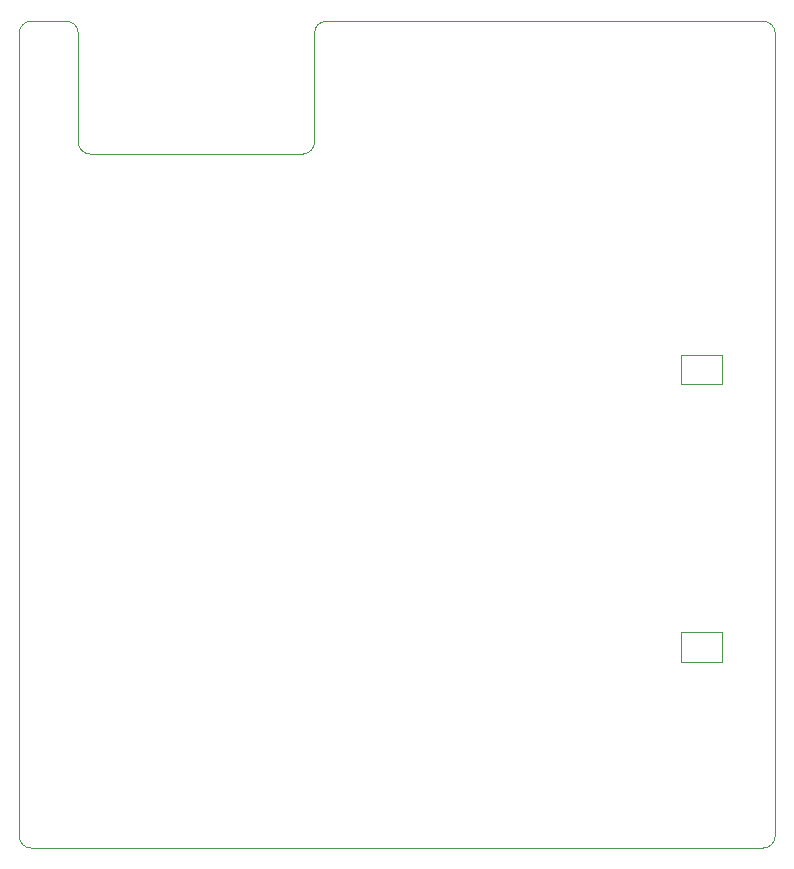
<source format=gbr>
%TF.GenerationSoftware,KiCad,Pcbnew,8.0.0*%
%TF.CreationDate,2024-10-16T16:52:34+02:00*%
%TF.ProjectId,LucaudioESP32_V1_1_0,4c756361-7564-4696-9f45-535033325f56,rev?*%
%TF.SameCoordinates,Original*%
%TF.FileFunction,Profile,NP*%
%FSLAX46Y46*%
G04 Gerber Fmt 4.6, Leading zero omitted, Abs format (unit mm)*
G04 Created by KiCad (PCBNEW 8.0.0) date 2024-10-16 16:52:34*
%MOMM*%
%LPD*%
G01*
G04 APERTURE LIST*
%TA.AperFunction,Profile*%
%ADD10C,0.050000*%
%TD*%
G04 APERTURE END LIST*
D10*
X103500000Y-66000000D02*
X106500000Y-66000000D01*
X103500000Y-136000000D02*
G75*
G02*
X102500000Y-135000000I0J1000000D01*
G01*
X102500000Y-89750000D02*
X102500000Y-67000000D01*
X102500000Y-102250000D02*
X102500000Y-135000000D01*
X128500000Y-66000000D02*
X165500000Y-66000000D01*
X102500000Y-67000000D02*
G75*
G02*
X103500000Y-66000000I1000000J0D01*
G01*
X108500000Y-77239693D02*
X126500000Y-77239693D01*
X106500000Y-66000000D02*
G75*
G02*
X107500000Y-67000000I0J-1000000D01*
G01*
X107500000Y-67000000D02*
X107500000Y-76239694D01*
X165500000Y-136000000D02*
X103500000Y-136000000D01*
X108500000Y-77239694D02*
G75*
G02*
X107500006Y-76239694I0J999994D01*
G01*
X127500000Y-67000000D02*
G75*
G02*
X128500000Y-66000000I1000000J0D01*
G01*
X127500000Y-76239693D02*
X127500000Y-67000000D01*
X127500000Y-76239693D02*
G75*
G02*
X126500000Y-77239700I-1000000J-7D01*
G01*
X165500000Y-66000000D02*
G75*
G02*
X166500000Y-67000000I0J-1000000D01*
G01*
X102500000Y-89750000D02*
X102500000Y-102250000D01*
X166500000Y-135000000D02*
G75*
G02*
X165500000Y-136000000I-1000000J0D01*
G01*
X166500000Y-67000000D02*
X166500000Y-135000000D01*
%TO.C,J2*%
X158500000Y-96750000D02*
X162000000Y-96750000D01*
X162000000Y-94250000D01*
X158500000Y-94250000D01*
X158500000Y-96750000D01*
X158500000Y-120250000D02*
X162000000Y-120250000D01*
X162000000Y-117750000D01*
X158500000Y-117750000D01*
X158500000Y-120250000D01*
%TD*%
M02*

</source>
